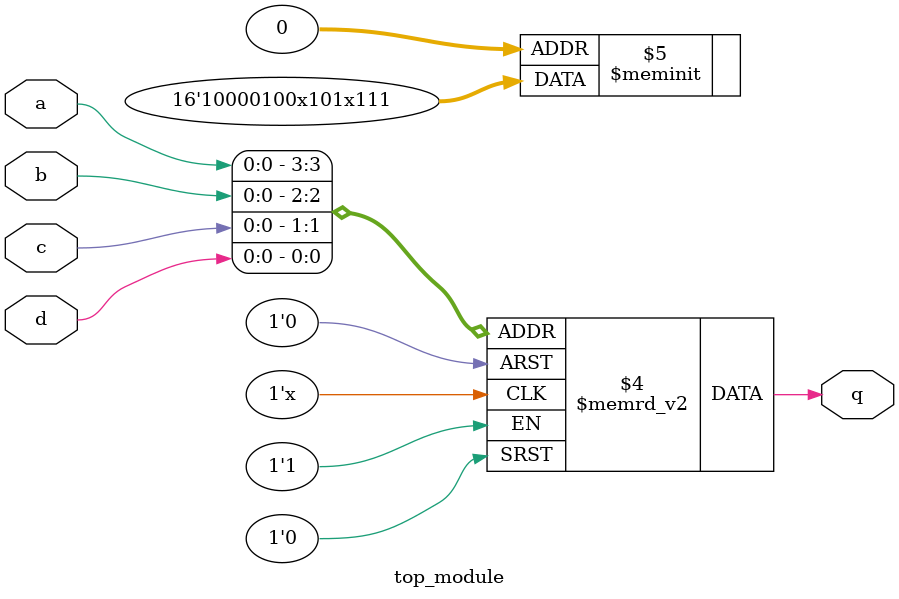
<source format=sv>
module top_module (
    input a, 
    input b, 
    input c, 
    input d,
    output reg q
);

always @* begin
    case ({a, b, c, d})
        4'b0000: q = 1;
        4'b0001: q = 1;
        4'b0010: q = 1;
        4'b1110: q = 0;
        4'b0100: q = 1;
        4'b0101: q = 0;
        4'b0110: q = 1;
        4'b1000: q = 0;
        4'b1001: q = 0;
        4'b1010: q = 1;
        4'b1011: q = 0;
        4'b1100: q = 0;
        4'b1101: q = 0;
        4'b1111: q = 1;
    endcase
end

endmodule

</source>
